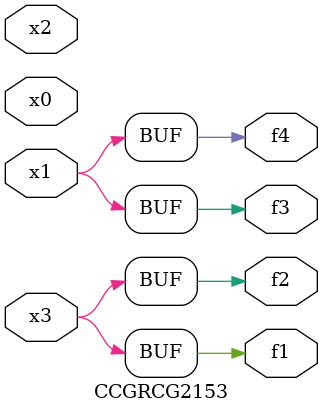
<source format=v>
module CCGRCG2153(
	input x0, x1, x2, x3,
	output f1, f2, f3, f4
);
	assign f1 = x3;
	assign f2 = x3;
	assign f3 = x1;
	assign f4 = x1;
endmodule

</source>
